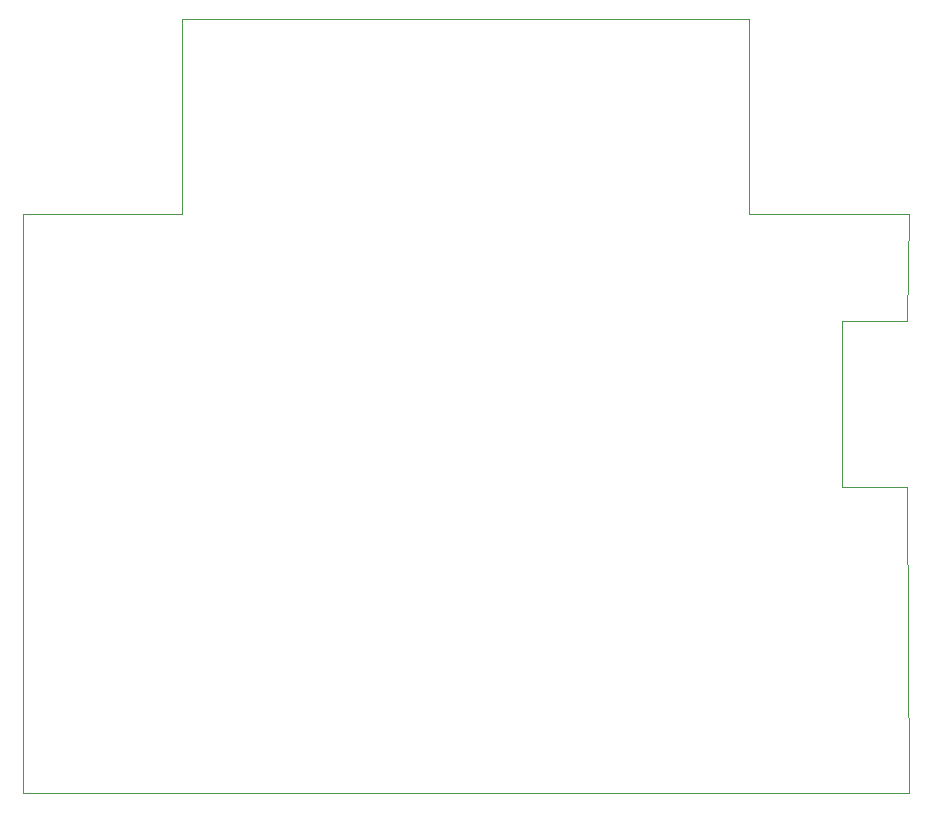
<source format=gbr>
%TF.GenerationSoftware,KiCad,Pcbnew,7.0.5*%
%TF.CreationDate,2023-06-06T12:25:19+02:00*%
%TF.ProjectId,biosensor,62696f73-656e-4736-9f72-2e6b69636164,rev?*%
%TF.SameCoordinates,Original*%
%TF.FileFunction,Profile,NP*%
%FSLAX46Y46*%
G04 Gerber Fmt 4.6, Leading zero omitted, Abs format (unit mm)*
G04 Created by KiCad (PCBNEW 7.0.5) date 2023-06-06 12:25:19*
%MOMM*%
%LPD*%
G01*
G04 APERTURE LIST*
%TA.AperFunction,Profile*%
%ADD10C,0.100000*%
%TD*%
G04 APERTURE END LIST*
D10*
X115623011Y-66444000D02*
X163623011Y-66444000D01*
X171500000Y-92000000D02*
X171500000Y-106000000D01*
X177123011Y-131944000D02*
X102123011Y-131944000D01*
X163623011Y-82944000D02*
X177123011Y-82944000D01*
X163623011Y-66444000D02*
X163623011Y-82944000D01*
X102123011Y-82944000D02*
X115623011Y-82944000D01*
X171500000Y-106000000D02*
X177000000Y-106000000D01*
X115623011Y-82944000D02*
X115623011Y-66444000D01*
X177000000Y-106000000D02*
X177123011Y-131944000D01*
X102123011Y-131944000D02*
X102123011Y-82944000D01*
X177123011Y-82944000D02*
X177000000Y-92000000D01*
X177000000Y-92000000D02*
X171500000Y-92000000D01*
M02*

</source>
